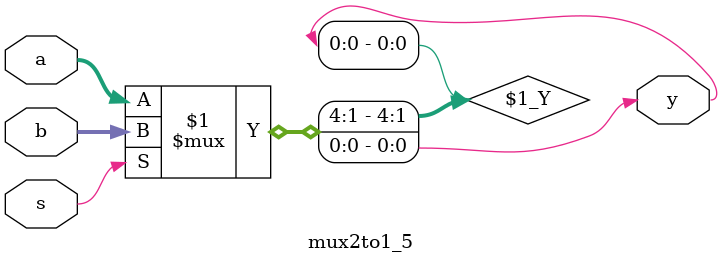
<source format=v>
module mux2to1_10 (a,b,s,y);
    input [9:0]a,b;
    input s;
    output y;

    assign y = s ? b : a ;
endmodule


module mux2to1_5 (a,b,s,y);
    input [4:0]a,b;
    input s;
    output y;

    assign y = s ? b : a ;
endmodule
</source>
